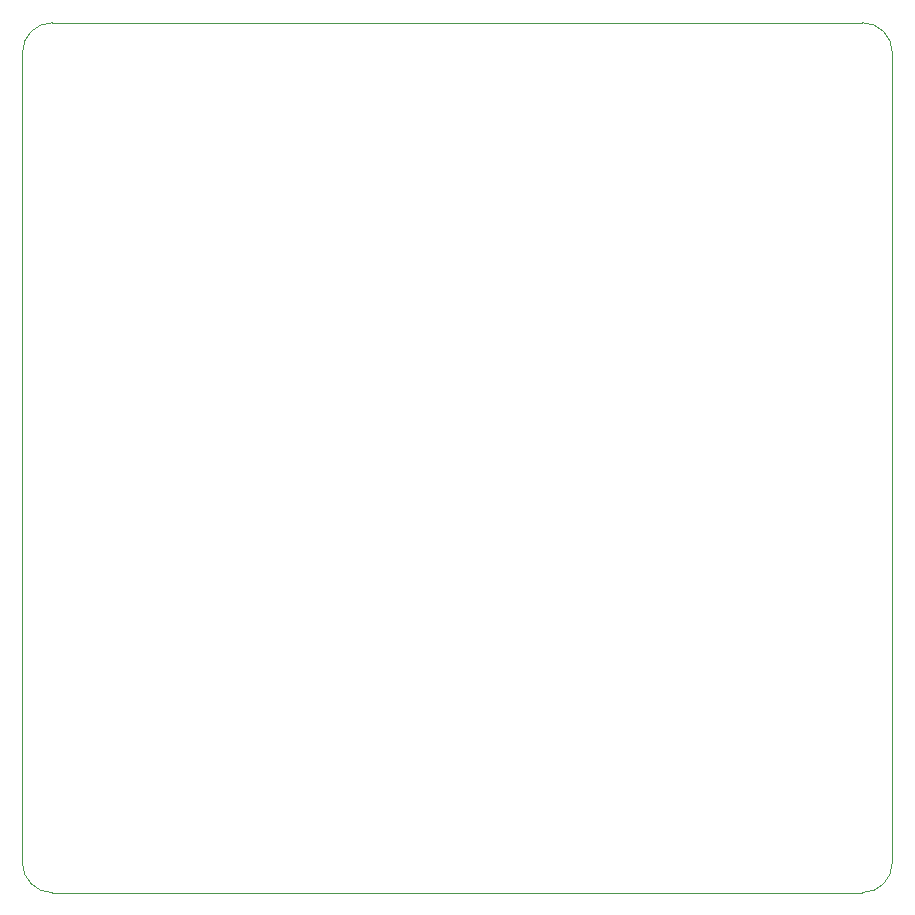
<source format=gbr>
%TF.GenerationSoftware,KiCad,Pcbnew,7.0.2*%
%TF.CreationDate,2023-06-26T15:47:55+09:00*%
%TF.ProjectId,TangNanoZ80MEM,54616e67-4e61-46e6-9f5a-38304d454d2e,rev?*%
%TF.SameCoordinates,Original*%
%TF.FileFunction,Profile,NP*%
%FSLAX46Y46*%
G04 Gerber Fmt 4.6, Leading zero omitted, Abs format (unit mm)*
G04 Created by KiCad (PCBNEW 7.0.2) date 2023-06-26 15:47:55*
%MOMM*%
%LPD*%
G01*
G04 APERTURE LIST*
%TA.AperFunction,Profile*%
%ADD10C,0.100000*%
%TD*%
G04 APERTURE END LIST*
D10*
X71120000Y-73660000D02*
G75*
G03*
X73660000Y-71120000I0J2540000D01*
G01*
X0Y-71120000D02*
G75*
G03*
X2540000Y-73660000I2540000J0D01*
G01*
X73660000Y-2540000D02*
G75*
G03*
X71120000Y0I-2540000J0D01*
G01*
X2540000Y0D02*
G75*
G03*
X0Y-2540000I0J-2540000D01*
G01*
X2540000Y0D02*
X71120000Y0D01*
X73660000Y-2540000D02*
X73660000Y-71120000D01*
X0Y-71120000D02*
X0Y-2540000D01*
X71120000Y-73660000D02*
X2540000Y-73660000D01*
M02*

</source>
